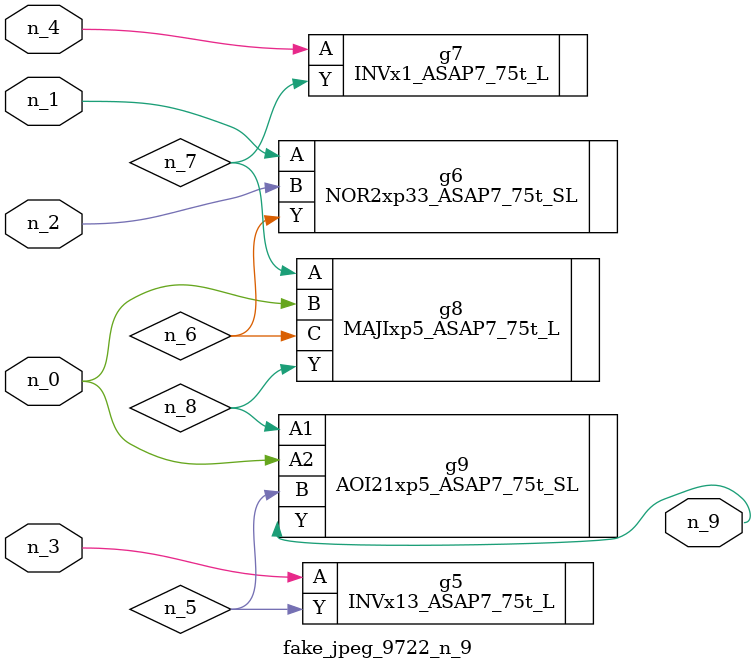
<source format=v>
module fake_jpeg_9722_n_9 (n_3, n_2, n_1, n_0, n_4, n_9);

input n_3;
input n_2;
input n_1;
input n_0;
input n_4;

output n_9;

wire n_8;
wire n_6;
wire n_5;
wire n_7;

INVx13_ASAP7_75t_L g5 ( 
.A(n_3),
.Y(n_5)
);

NOR2xp33_ASAP7_75t_SL g6 ( 
.A(n_1),
.B(n_2),
.Y(n_6)
);

INVx1_ASAP7_75t_L g7 ( 
.A(n_4),
.Y(n_7)
);

MAJIxp5_ASAP7_75t_L g8 ( 
.A(n_7),
.B(n_0),
.C(n_6),
.Y(n_8)
);

AOI21xp5_ASAP7_75t_SL g9 ( 
.A1(n_8),
.A2(n_0),
.B(n_5),
.Y(n_9)
);


endmodule
</source>
